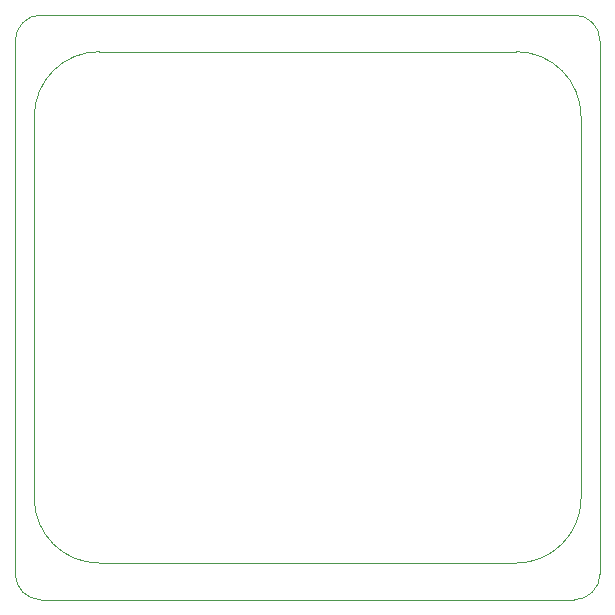
<source format=gbr>
%TF.GenerationSoftware,KiCad,Pcbnew,9.0.5-9.0.5~ubuntu24.04.1*%
%TF.CreationDate,2025-11-02T13:07:44+08:00*%
%TF.ProjectId,TPS,5450532e-6b69-4636-9164-5f7063625858,rev?*%
%TF.SameCoordinates,Original*%
%TF.FileFunction,Profile,NP*%
%FSLAX46Y46*%
G04 Gerber Fmt 4.6, Leading zero omitted, Abs format (unit mm)*
G04 Created by KiCad (PCBNEW 9.0.5-9.0.5~ubuntu24.04.1) date 2025-11-02 13:07:44*
%MOMM*%
%LPD*%
G01*
G04 APERTURE LIST*
%TA.AperFunction,Profile*%
%ADD10C,0.100000*%
%TD*%
G04 APERTURE END LIST*
D10*
X45568000Y-102093000D02*
G75*
G02*
X40068000Y-96593000I1J5500001D01*
G01*
X40068000Y-64293000D02*
G75*
G02*
X45568000Y-58793000I5500001J-1D01*
G01*
X80868000Y-58793000D02*
G75*
G02*
X86368000Y-64293000I-1J-5500001D01*
G01*
X86368000Y-96593000D02*
G75*
G02*
X80868000Y-102093000I-5500000J0D01*
G01*
X86368000Y-64293000D02*
X86368000Y-96593000D01*
X45568000Y-58793000D02*
X80868000Y-58793000D01*
X45568000Y-102093000D02*
X80868000Y-102093000D01*
X40068000Y-64293000D02*
X40068000Y-96593000D01*
X38461000Y-57886000D02*
G75*
G02*
X40661000Y-55686000I2200000J0D01*
G01*
X85775000Y-55686000D02*
X40661000Y-55686000D01*
X40661000Y-105200000D02*
G75*
G02*
X38461000Y-103000000I0J2200000D01*
G01*
X87975000Y-103000000D02*
X87975000Y-57886000D01*
X38461000Y-57886000D02*
X38461000Y-103000000D01*
X87975000Y-103000000D02*
G75*
G02*
X85775000Y-105200000I-2200000J0D01*
G01*
X85775000Y-55686000D02*
G75*
G02*
X87975000Y-57886000I0J-2200000D01*
G01*
X40661000Y-105200000D02*
X85775000Y-105200000D01*
M02*

</source>
